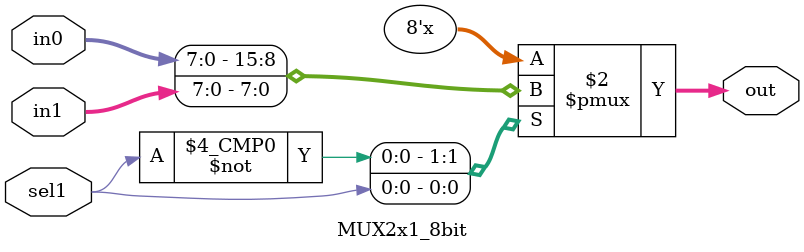
<source format=sv>
`timescale 1ns / 1ps


module MUX2x1_8bit(input logic sel1, 
                input [7:0] in0, in1,
                output reg [7:0] out
    );
    
    always @(sel1 or in0 or in1) begin
        case(sel1)
            1'b0: begin out= in0 ; end
            1'b1: begin out= in1 ; end
        endcase
    end
    
endmodule

</source>
